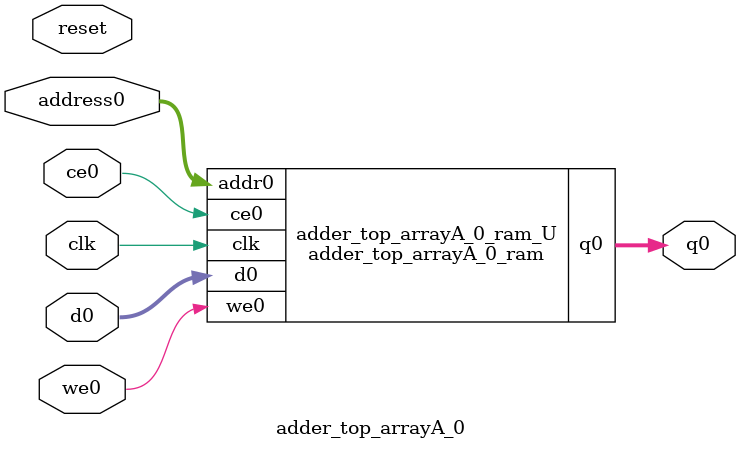
<source format=v>

`timescale 1 ns / 1 ps
module adder_top_arrayA_0_ram (addr0, ce0, d0, we0, q0,  clk);

parameter DWIDTH = 32;
parameter AWIDTH = 7;
parameter MEM_SIZE = 100;

input[AWIDTH-1:0] addr0;
input ce0;
input[DWIDTH-1:0] d0;
input we0;
output reg[DWIDTH-1:0] q0;
input clk;

(* ram_style = "block" *)reg [DWIDTH-1:0] ram[MEM_SIZE-1:0];




always @(posedge clk)  
begin 
    if (ce0) 
    begin
        if (we0) 
        begin 
            ram[addr0] <= d0; 
            q0 <= d0;
        end 
        else 
            q0 <= ram[addr0];
    end
end


endmodule


`timescale 1 ns / 1 ps
module adder_top_arrayA_0(
    reset,
    clk,
    address0,
    ce0,
    we0,
    d0,
    q0);

parameter DataWidth = 32'd32;
parameter AddressRange = 32'd100;
parameter AddressWidth = 32'd7;
input reset;
input clk;
input[AddressWidth - 1:0] address0;
input ce0;
input we0;
input[DataWidth - 1:0] d0;
output[DataWidth - 1:0] q0;



adder_top_arrayA_0_ram adder_top_arrayA_0_ram_U(
    .clk( clk ),
    .addr0( address0 ),
    .ce0( ce0 ),
    .d0( d0 ),
    .we0( we0 ),
    .q0( q0 ));

endmodule


</source>
